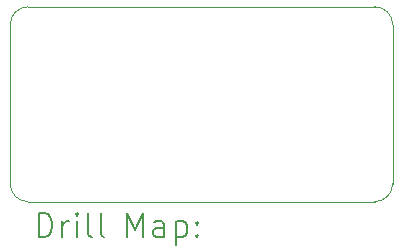
<source format=gbr>
%TF.GenerationSoftware,KiCad,Pcbnew,(7.0.0)*%
%TF.CreationDate,2024-01-19T16:55:20+05:30*%
%TF.ProjectId,Programmer,50726f67-7261-46d6-9d65-722e6b696361,rev?*%
%TF.SameCoordinates,Original*%
%TF.FileFunction,Drillmap*%
%TF.FilePolarity,Positive*%
%FSLAX45Y45*%
G04 Gerber Fmt 4.5, Leading zero omitted, Abs format (unit mm)*
G04 Created by KiCad (PCBNEW (7.0.0)) date 2024-01-19 16:55:20*
%MOMM*%
%LPD*%
G01*
G04 APERTURE LIST*
%ADD10C,0.100000*%
%ADD11C,0.200000*%
G04 APERTURE END LIST*
D10*
X17364897Y-10591807D02*
G75*
G03*
X17517297Y-10439400I-7J152407D01*
G01*
X14278430Y-10439400D02*
G75*
G03*
X14430823Y-10591800I152390J-10D01*
G01*
X14278423Y-10439400D02*
X14278423Y-9093200D01*
X14577060Y-8940800D02*
X14430823Y-8940800D01*
X17517297Y-9093200D02*
X17517297Y-10439400D01*
X14430823Y-8940793D02*
G75*
G03*
X14278423Y-9093200I7J-152407D01*
G01*
X14430823Y-10591800D02*
X17364897Y-10591800D01*
X17517290Y-9093200D02*
G75*
G03*
X17364897Y-8940800I-152390J10D01*
G01*
X17364897Y-8940800D02*
X14577060Y-8940800D01*
D11*
X14521042Y-10890276D02*
X14521042Y-10690276D01*
X14521042Y-10690276D02*
X14568661Y-10690276D01*
X14568661Y-10690276D02*
X14597233Y-10699800D01*
X14597233Y-10699800D02*
X14616280Y-10718848D01*
X14616280Y-10718848D02*
X14625804Y-10737895D01*
X14625804Y-10737895D02*
X14635328Y-10775990D01*
X14635328Y-10775990D02*
X14635328Y-10804562D01*
X14635328Y-10804562D02*
X14625804Y-10842657D01*
X14625804Y-10842657D02*
X14616280Y-10861705D01*
X14616280Y-10861705D02*
X14597233Y-10880752D01*
X14597233Y-10880752D02*
X14568661Y-10890276D01*
X14568661Y-10890276D02*
X14521042Y-10890276D01*
X14721042Y-10890276D02*
X14721042Y-10756943D01*
X14721042Y-10795038D02*
X14730566Y-10775990D01*
X14730566Y-10775990D02*
X14740090Y-10766467D01*
X14740090Y-10766467D02*
X14759137Y-10756943D01*
X14759137Y-10756943D02*
X14778185Y-10756943D01*
X14844852Y-10890276D02*
X14844852Y-10756943D01*
X14844852Y-10690276D02*
X14835328Y-10699800D01*
X14835328Y-10699800D02*
X14844852Y-10709324D01*
X14844852Y-10709324D02*
X14854375Y-10699800D01*
X14854375Y-10699800D02*
X14844852Y-10690276D01*
X14844852Y-10690276D02*
X14844852Y-10709324D01*
X14968661Y-10890276D02*
X14949613Y-10880752D01*
X14949613Y-10880752D02*
X14940090Y-10861705D01*
X14940090Y-10861705D02*
X14940090Y-10690276D01*
X15073423Y-10890276D02*
X15054375Y-10880752D01*
X15054375Y-10880752D02*
X15044852Y-10861705D01*
X15044852Y-10861705D02*
X15044852Y-10690276D01*
X15269613Y-10890276D02*
X15269613Y-10690276D01*
X15269613Y-10690276D02*
X15336280Y-10833133D01*
X15336280Y-10833133D02*
X15402947Y-10690276D01*
X15402947Y-10690276D02*
X15402947Y-10890276D01*
X15583899Y-10890276D02*
X15583899Y-10785514D01*
X15583899Y-10785514D02*
X15574375Y-10766467D01*
X15574375Y-10766467D02*
X15555328Y-10756943D01*
X15555328Y-10756943D02*
X15517232Y-10756943D01*
X15517232Y-10756943D02*
X15498185Y-10766467D01*
X15583899Y-10880752D02*
X15564852Y-10890276D01*
X15564852Y-10890276D02*
X15517232Y-10890276D01*
X15517232Y-10890276D02*
X15498185Y-10880752D01*
X15498185Y-10880752D02*
X15488661Y-10861705D01*
X15488661Y-10861705D02*
X15488661Y-10842657D01*
X15488661Y-10842657D02*
X15498185Y-10823610D01*
X15498185Y-10823610D02*
X15517232Y-10814086D01*
X15517232Y-10814086D02*
X15564852Y-10814086D01*
X15564852Y-10814086D02*
X15583899Y-10804562D01*
X15679137Y-10756943D02*
X15679137Y-10956943D01*
X15679137Y-10766467D02*
X15698185Y-10756943D01*
X15698185Y-10756943D02*
X15736280Y-10756943D01*
X15736280Y-10756943D02*
X15755328Y-10766467D01*
X15755328Y-10766467D02*
X15764852Y-10775990D01*
X15764852Y-10775990D02*
X15774375Y-10795038D01*
X15774375Y-10795038D02*
X15774375Y-10852181D01*
X15774375Y-10852181D02*
X15764852Y-10871229D01*
X15764852Y-10871229D02*
X15755328Y-10880752D01*
X15755328Y-10880752D02*
X15736280Y-10890276D01*
X15736280Y-10890276D02*
X15698185Y-10890276D01*
X15698185Y-10890276D02*
X15679137Y-10880752D01*
X15860090Y-10871229D02*
X15869613Y-10880752D01*
X15869613Y-10880752D02*
X15860090Y-10890276D01*
X15860090Y-10890276D02*
X15850566Y-10880752D01*
X15850566Y-10880752D02*
X15860090Y-10871229D01*
X15860090Y-10871229D02*
X15860090Y-10890276D01*
X15860090Y-10766467D02*
X15869613Y-10775990D01*
X15869613Y-10775990D02*
X15860090Y-10785514D01*
X15860090Y-10785514D02*
X15850566Y-10775990D01*
X15850566Y-10775990D02*
X15860090Y-10766467D01*
X15860090Y-10766467D02*
X15860090Y-10785514D01*
M02*

</source>
